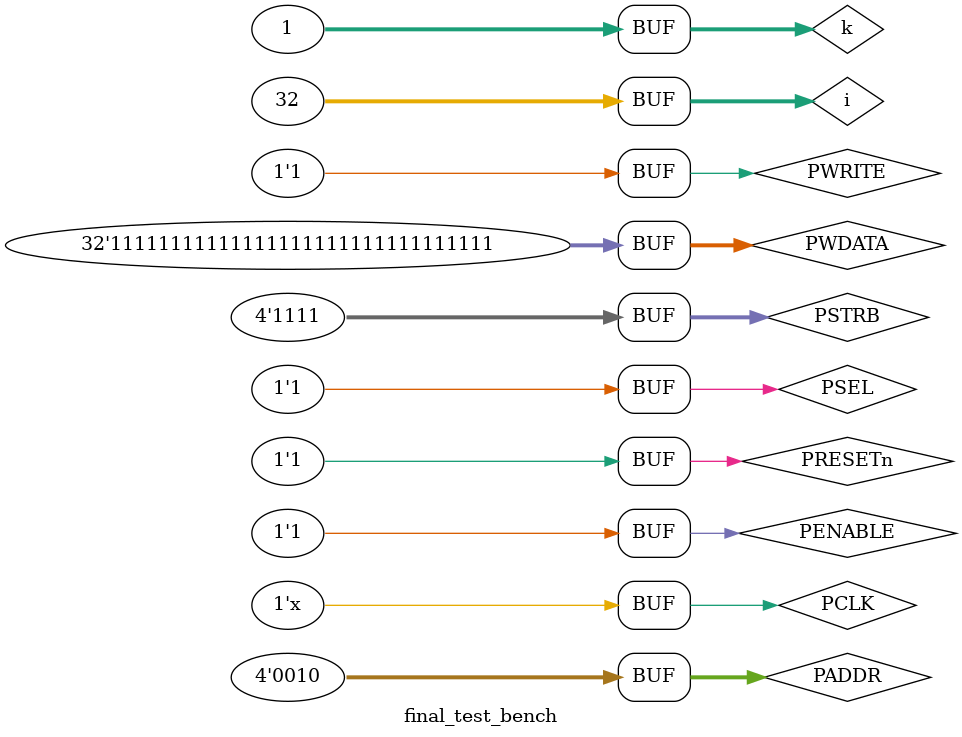
<source format=v>



module final_test_bench();
  parameter PDATA_SIZE = 32 ,PADDR_SIZE = 4;
  reg PRESETn, PENABLE, PWRITE, PSEL;
  reg PCLK;
  reg[PADDR_SIZE-1:0] PADDR;
	reg[PDATA_SIZE/8-1:0] PSTRB;
	reg[PDATA_SIZE-1:0] PWDATA, gpio_i;
	wire[PDATA_SIZE-1:0]PRDATA,gpio_o,gpio_oe;
	wire PREADY, PSLEVRR ;
	 integer k = 1;
  apb_gpio1 gpio(PRESETn,PCLK,PSEL,PENABLE,PADDR,PWRITE,PSTRB,PWDATA,PRDATA,PREADY,PSLEVRR,gpio_i,gpio_o,gpio_oe);
  
  integer i;
	initial begin 
	  $display("gpio out\tgpio enable\tgpio inut\tPWDATA\tPRDATA");
	$monitor("%h, %h, %h, %h, %h,%b",gpio_o,gpio_oe,gpio_i,PWDATA,PRDATA,PSTRB);
	 PCLK <= 1'b1;
	 PRESETn <= 1'b1;
	 
	 //setting mode register
	 PSEL <= 1'b1;
	 PADDR<= 4'b0000;
	 PWRITE <= 1'b1;
	 PSTRB <= 4'b1111;
	 PWDATA <= 0;
	 #10
	 PENABLE <= 1'b1;
	 

	 //clearing
	 #10
	 PSEL <= 1'b0;
	 PENABLE <= 1'b0;
	 //setting direction register
	 #10
	 PSEL <= 1'b1;
	 PADDR<= 4'b0001;
	 PWRITE <= 1'b1;
	 PSTRB <= 4'hf;
	 PWDATA <= 32'hffffffff;
	 #10
	 PENABLE <= 1'b1;
	 
	

	 //clearing
	  #10
	 PSEL <= 1'b0;
	 PENABLE <= 1'b0;
	 //writing data
	 #10
	 PSEL <= 1'b1;
	 PADDR<= 4'b0010;
	 PWRITE <= 1'b1;
	 
	 // testing setting each bit once
	 PSTRB <= 8'hff;
	 #10
	
	 for(i=0;i<32;i=i+1)begin
		PENABLE <= 1'b0;
	   PWDATA <= k<<i;
	   #10
	   PENABLE <= 1'b1;
	   #10;
	 end
	 
	 
	 
	// testing allowing writting on one bit at once
	
	#10;
	$display("***********************************************************************");
	 $display("gpio out\tgpio enable\tgpio inut\tPWDATA\tPRDATA");

	 for(i=0;i<32;i=i+1)begin
		PENABLE <= 1'b0;
		PSTRB <= 4'hf;
		PWDATA <= 0;
		#10
		PENABLE <= 1'b1;
		#10
		PENABLE <= 1'b0;
		PSTRB <= i;
	   PWDATA <= -1;
	   #10
	   PENABLE <= 1'b1;
	   #10;
	 end
	
	 
  end
  
  always 
		#5 PCLK = ~PCLK;
		
    
  
endmodule



</source>
